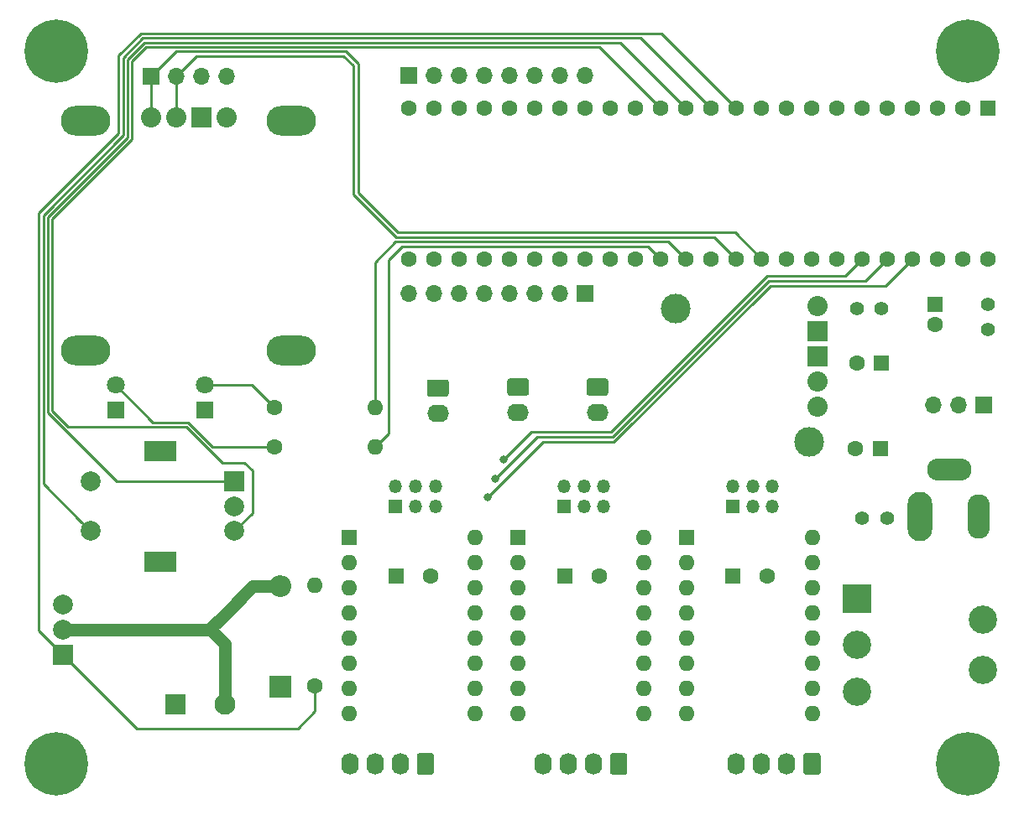
<source format=gbr>
%TF.GenerationSoftware,KiCad,Pcbnew,(5.1.6)-1*%
%TF.CreationDate,2020-11-25T15:39:46-05:00*%
%TF.ProjectId,CNC_Board,434e435f-426f-4617-9264-2e6b69636164,rev?*%
%TF.SameCoordinates,Original*%
%TF.FileFunction,Copper,L4,Bot*%
%TF.FilePolarity,Positive*%
%FSLAX46Y46*%
G04 Gerber Fmt 4.6, Leading zero omitted, Abs format (unit mm)*
G04 Created by KiCad (PCBNEW (5.1.6)-1) date 2020-11-25 15:39:46*
%MOMM*%
%LPD*%
G01*
G04 APERTURE LIST*
%TA.AperFunction,ComponentPad*%
%ADD10O,5.000000X3.000000*%
%TD*%
%TA.AperFunction,ComponentPad*%
%ADD11C,2.040000*%
%TD*%
%TA.AperFunction,ComponentPad*%
%ADD12R,2.040000X2.040000*%
%TD*%
%TA.AperFunction,ComponentPad*%
%ADD13C,1.600000*%
%TD*%
%TA.AperFunction,ComponentPad*%
%ADD14R,1.600000X1.600000*%
%TD*%
%TA.AperFunction,ComponentPad*%
%ADD15C,3.000000*%
%TD*%
%TA.AperFunction,ComponentPad*%
%ADD16C,6.400000*%
%TD*%
%TA.AperFunction,ComponentPad*%
%ADD17R,2.000000X2.000000*%
%TD*%
%TA.AperFunction,ComponentPad*%
%ADD18C,2.000000*%
%TD*%
%TA.AperFunction,ComponentPad*%
%ADD19R,3.200000X2.000000*%
%TD*%
%TA.AperFunction,ComponentPad*%
%ADD20C,2.850000*%
%TD*%
%TA.AperFunction,ComponentPad*%
%ADD21R,2.850000X2.850000*%
%TD*%
%TA.AperFunction,ComponentPad*%
%ADD22O,1.600000X1.600000*%
%TD*%
%TA.AperFunction,ComponentPad*%
%ADD23O,1.700000X1.700000*%
%TD*%
%TA.AperFunction,ComponentPad*%
%ADD24R,1.700000X1.700000*%
%TD*%
%TA.AperFunction,ComponentPad*%
%ADD25O,1.740000X2.190000*%
%TD*%
%TA.AperFunction,ComponentPad*%
%ADD26C,2.100000*%
%TD*%
%TA.AperFunction,ComponentPad*%
%ADD27R,2.100000X2.100000*%
%TD*%
%TA.AperFunction,ComponentPad*%
%ADD28O,1.350000X1.350000*%
%TD*%
%TA.AperFunction,ComponentPad*%
%ADD29R,1.350000X1.350000*%
%TD*%
%TA.AperFunction,ComponentPad*%
%ADD30O,4.500000X2.250000*%
%TD*%
%TA.AperFunction,ComponentPad*%
%ADD31O,2.250000X4.500000*%
%TD*%
%TA.AperFunction,ComponentPad*%
%ADD32O,2.500000X5.000000*%
%TD*%
%TA.AperFunction,ComponentPad*%
%ADD33O,2.190000X1.740000*%
%TD*%
%TA.AperFunction,ComponentPad*%
%ADD34O,2.200000X2.200000*%
%TD*%
%TA.AperFunction,ComponentPad*%
%ADD35R,2.200000X2.200000*%
%TD*%
%TA.AperFunction,ComponentPad*%
%ADD36C,1.800000*%
%TD*%
%TA.AperFunction,ComponentPad*%
%ADD37R,1.800000X1.800000*%
%TD*%
%TA.AperFunction,ComponentPad*%
%ADD38C,1.400000*%
%TD*%
%TA.AperFunction,ViaPad*%
%ADD39C,0.800000*%
%TD*%
%TA.AperFunction,Conductor*%
%ADD40C,0.250000*%
%TD*%
%TA.AperFunction,Conductor*%
%ADD41C,1.250000*%
%TD*%
G04 APERTURE END LIST*
D10*
%TO.P,U3,MP*%
%TO.N,N/C*%
X98000000Y-108250000D03*
X118700000Y-108250000D03*
X98000000Y-85050000D03*
X118700000Y-85050000D03*
D11*
%TO.P,U3,4*%
%TO.N,I2C_SDA*%
X104580000Y-84700000D03*
%TO.P,U3,3*%
%TO.N,I2C_SCL*%
X107120000Y-84700000D03*
D12*
%TO.P,U3,2*%
%TO.N,GND*%
X109660000Y-84700000D03*
D11*
%TO.P,U3,1*%
%TO.N,3.3_V*%
X112200000Y-84700000D03*
%TD*%
D13*
%TO.P,U1,17*%
%TO.N,D25*%
X148360000Y-83780000D03*
%TO.P,U1,18*%
%TO.N,D26_TX1*%
X145820000Y-83780000D03*
%TO.P,U1,19*%
%TO.N,D27_RX1*%
X143280000Y-83780000D03*
%TO.P,U1,20*%
%TO.N,D28*%
X140740000Y-83780000D03*
%TO.P,U1,16*%
%TO.N,Net-(U1-Pad16)*%
X150900000Y-83780000D03*
%TO.P,U1,15*%
%TO.N,Net-(U1-Pad15)*%
X153440000Y-83780000D03*
%TO.P,U1,14*%
%TO.N,Rot_B*%
X155980000Y-83780000D03*
%TO.P,U1,21*%
%TO.N,D29_PWM*%
X138200000Y-83780000D03*
%TO.P,U1,22*%
%TO.N,D30_PWM*%
X135660000Y-83780000D03*
%TO.P,U1,23*%
%TO.N,Net-(U1-Pad23)*%
X133120000Y-83780000D03*
%TO.P,U1,24*%
%TO.N,Net-(U1-Pad24)*%
X130580000Y-83780000D03*
%TO.P,U1,30*%
%TO.N,A14_TX5*%
X130580000Y-99020000D03*
%TO.P,U1,31*%
%TO.N,A15_RX5*%
X133120000Y-99020000D03*
%TO.P,U1,32*%
%TO.N,A16_PWM*%
X135660000Y-99020000D03*
%TO.P,U1,33*%
%TO.N,A17_PWM*%
X138200000Y-99020000D03*
%TO.P,U1,34*%
%TO.N,A18_PWM_SDL1*%
X140740000Y-99020000D03*
%TO.P,U1,35*%
%TO.N,A19_PWM_SDA1*%
X143280000Y-99020000D03*
%TO.P,U1,36*%
%TO.N,Limit_1*%
X145820000Y-99020000D03*
%TO.P,U1,37*%
%TO.N,Limit_2*%
X148360000Y-99020000D03*
%TO.P,U1,13*%
%TO.N,Rot_A*%
X158520000Y-83780000D03*
%TO.P,U1,12*%
%TO.N,Button*%
X161060000Y-83780000D03*
%TO.P,U1,11*%
%TO.N,Solenoid*%
X163600000Y-83780000D03*
%TO.P,U1,10*%
%TO.N,Servo_PWM*%
X166140000Y-83780000D03*
%TO.P,U1,9*%
%TO.N,DIRECTION_2*%
X168680000Y-83780000D03*
%TO.P,U1,8*%
%TO.N,STEP_2*%
X171220000Y-83780000D03*
%TO.P,U1,7*%
%TO.N,ENABLE_2*%
X173760000Y-83780000D03*
%TO.P,U1,6*%
%TO.N,DIRECTION_1*%
X176300000Y-83780000D03*
%TO.P,U1,5*%
%TO.N,STEP_1*%
X178840000Y-83780000D03*
%TO.P,U1,4*%
%TO.N,ENABLE_1*%
X181380000Y-83780000D03*
%TO.P,U1,3*%
%TO.N,Net-(U1-Pad3)*%
X183920000Y-83780000D03*
%TO.P,U1,2*%
%TO.N,Net-(U1-Pad2)*%
X186460000Y-83780000D03*
D14*
%TO.P,U1,1*%
%TO.N,GND*%
X189000000Y-83780000D03*
D13*
%TO.P,U1,38*%
%TO.N,Limit_3*%
X150900000Y-99020000D03*
%TO.P,U1,39*%
%TO.N,GND*%
X153440000Y-99020000D03*
%TO.P,U1,40*%
%TO.N,Green_LED*%
X155980000Y-99020000D03*
%TO.P,U1,41*%
%TO.N,Red_LED*%
X158520000Y-99020000D03*
%TO.P,U1,42*%
%TO.N,Net-(U1-Pad42)*%
X161060000Y-99020000D03*
%TO.P,U1,43*%
%TO.N,I2C_SCL*%
X163600000Y-99020000D03*
%TO.P,U1,44*%
%TO.N,I2C_SDA*%
X166140000Y-99020000D03*
%TO.P,U1,45*%
%TO.N,Net-(U1-Pad45)*%
X168680000Y-99020000D03*
%TO.P,U1,46*%
%TO.N,Net-(U1-Pad46)*%
X171220000Y-99020000D03*
%TO.P,U1,47*%
%TO.N,Net-(U1-Pad47)*%
X173760000Y-99020000D03*
%TO.P,U1,48*%
%TO.N,ENABLE_3*%
X176300000Y-99020000D03*
%TO.P,U1,49*%
%TO.N,STEP_3*%
X178840000Y-99020000D03*
%TO.P,U1,50*%
%TO.N,DIRECTION_3*%
X181380000Y-99020000D03*
%TO.P,U1,51*%
%TO.N,3.3_V*%
X183920000Y-99020000D03*
%TO.P,U1,52*%
%TO.N,GND*%
X186460000Y-99020000D03*
%TO.P,U1,53*%
%TO.N,5_V*%
X189000000Y-99020000D03*
%TD*%
D15*
%TO.P,5V Reg,M*%
%TO.N,N/C*%
X171000000Y-117500000D03*
X157500000Y-104000000D03*
D11*
%TO.P,5V Reg,5*%
%TO.N,5_V*%
X171830000Y-103810000D03*
D12*
%TO.P,5V Reg,4*%
%TO.N,GND*%
X171830000Y-106350000D03*
%TO.P,5V Reg,3*%
X171830000Y-108890000D03*
D11*
%TO.P,5V Reg,2*%
%TO.N,12_V*%
X171830000Y-111430000D03*
%TO.P,5V Reg,1*%
%TO.N,Net-(U2-Pad1)*%
X171830000Y-113970000D03*
%TD*%
D16*
%TO.P,REF\u002A\u002A,1*%
%TO.N,N/C*%
X95000000Y-78000000D03*
%TD*%
%TO.P,REF\u002A\u002A,1*%
%TO.N,N/C*%
X95000000Y-150000000D03*
%TD*%
%TO.P,REF\u002A\u002A,1*%
%TO.N,N/C*%
X187000000Y-78000000D03*
%TD*%
%TO.P,REF\u002A\u002A,1*%
%TO.N,N/C*%
X187000000Y-150000000D03*
%TD*%
D13*
%TO.P,C3,2*%
%TO.N,GND*%
X132800000Y-131000000D03*
D14*
%TO.P,C3,1*%
%TO.N,12_V*%
X129300000Y-131000000D03*
%TD*%
D13*
%TO.P,C2,2*%
%TO.N,GND*%
X149800000Y-131000000D03*
D14*
%TO.P,C2,1*%
%TO.N,12_V*%
X146300000Y-131000000D03*
%TD*%
D13*
%TO.P,C1,2*%
%TO.N,GND*%
X166750000Y-131000000D03*
D14*
%TO.P,C1,1*%
%TO.N,12_V*%
X163250000Y-131000000D03*
%TD*%
D17*
%TO.P,SW1,A*%
%TO.N,Rot_A*%
X113000000Y-121500000D03*
D18*
%TO.P,SW1,C*%
%TO.N,GND*%
X113000000Y-124000000D03*
%TO.P,SW1,B*%
%TO.N,Rot_B*%
X113000000Y-126500000D03*
D19*
%TO.P,SW1,MP*%
%TO.N,N/C*%
X105500000Y-118400000D03*
X105500000Y-129600000D03*
D18*
%TO.P,SW1,S2*%
%TO.N,GND*%
X98500000Y-121500000D03*
%TO.P,SW1,S1*%
%TO.N,Button*%
X98500000Y-126500000D03*
%TD*%
D20*
%TO.P,S1,4*%
%TO.N,Net-(S1-Pad4)*%
X188500000Y-140540000D03*
X188500000Y-135460000D03*
%TO.P,S1,3*%
%TO.N,Net-(S1-Pad3)*%
X175800000Y-142700000D03*
%TO.P,S1,2*%
%TO.N,Net-(J7-Pad1)*%
X175800000Y-138000000D03*
D21*
%TO.P,S1,1*%
%TO.N,12_V*%
X175800000Y-133300000D03*
%TD*%
D22*
%TO.P,R3,2*%
%TO.N,GND*%
X121100000Y-131990000D03*
D13*
%TO.P,R3,1*%
%TO.N,Solenoid*%
X121100000Y-142150000D03*
%TD*%
D22*
%TO.P,R2,2*%
%TO.N,Green_LED*%
X127160000Y-118000000D03*
D13*
%TO.P,R2,1*%
%TO.N,Net-(D2-Pad2)*%
X117000000Y-118000000D03*
%TD*%
D22*
%TO.P,R1,2*%
%TO.N,Red_LED*%
X127160000Y-114000000D03*
D13*
%TO.P,R1,1*%
%TO.N,Net-(D1-Pad2)*%
X117000000Y-114000000D03*
%TD*%
D18*
%TO.P,Q1,3*%
%TO.N,GND*%
X95700000Y-133920000D03*
%TO.P,Q1,2*%
%TO.N,Net-(D3-Pad2)*%
X95700000Y-136460000D03*
D17*
%TO.P,Q1,1*%
%TO.N,Solenoid*%
X95700000Y-139000000D03*
%TD*%
D23*
%TO.P,J14,3*%
%TO.N,Servo_PWM*%
X183500000Y-113750000D03*
%TO.P,J14,2*%
%TO.N,5_V*%
X186040000Y-113750000D03*
D24*
%TO.P,J14,1*%
%TO.N,GND*%
X188580000Y-113750000D03*
%TD*%
D25*
%TO.P,J13,4*%
%TO.N,Net-(A3-Pad6)*%
X124630000Y-150000000D03*
%TO.P,J13,3*%
%TO.N,Net-(A3-Pad5)*%
X127170000Y-150000000D03*
%TO.P,J13,2*%
%TO.N,Net-(A3-Pad4)*%
X129710000Y-150000000D03*
%TO.P,J13,1*%
%TO.N,Net-(A3-Pad3)*%
%TA.AperFunction,ComponentPad*%
G36*
G01*
X133120000Y-149154999D02*
X133120000Y-150845001D01*
G75*
G02*
X132870001Y-151095000I-249999J0D01*
G01*
X131629999Y-151095000D01*
G75*
G02*
X131380000Y-150845001I0J249999D01*
G01*
X131380000Y-149154999D01*
G75*
G02*
X131629999Y-148905000I249999J0D01*
G01*
X132870001Y-148905000D01*
G75*
G02*
X133120000Y-149154999I0J-249999D01*
G01*
G37*
%TD.AperFunction*%
%TD*%
D26*
%TO.P,J15,2*%
%TO.N,Net-(D3-Pad2)*%
X112000000Y-144000000D03*
D27*
%TO.P,J15,1*%
%TO.N,12_V*%
X107000000Y-144000000D03*
%TD*%
D28*
%TO.P,J12,6*%
%TO.N,3.3_V*%
X133250000Y-122000000D03*
%TO.P,J12,5*%
%TO.N,Net-(A3-Pad12)*%
X133250000Y-124000000D03*
%TO.P,J12,4*%
%TO.N,3.3_V*%
X131250000Y-122000000D03*
%TO.P,J12,3*%
%TO.N,Net-(A3-Pad11)*%
X131250000Y-124000000D03*
%TO.P,J12,2*%
%TO.N,3.3_V*%
X129250000Y-122000000D03*
D29*
%TO.P,J12,1*%
%TO.N,Net-(A3-Pad10)*%
X129250000Y-124000000D03*
%TD*%
D25*
%TO.P,J11,4*%
%TO.N,Net-(A2-Pad6)*%
X144130000Y-150000000D03*
%TO.P,J11,3*%
%TO.N,Net-(A2-Pad5)*%
X146670000Y-150000000D03*
%TO.P,J11,2*%
%TO.N,Net-(A2-Pad4)*%
X149210000Y-150000000D03*
%TO.P,J11,1*%
%TO.N,Net-(A2-Pad3)*%
%TA.AperFunction,ComponentPad*%
G36*
G01*
X152620000Y-149154999D02*
X152620000Y-150845001D01*
G75*
G02*
X152370001Y-151095000I-249999J0D01*
G01*
X151129999Y-151095000D01*
G75*
G02*
X150880000Y-150845001I0J249999D01*
G01*
X150880000Y-149154999D01*
G75*
G02*
X151129999Y-148905000I249999J0D01*
G01*
X152370001Y-148905000D01*
G75*
G02*
X152620000Y-149154999I0J-249999D01*
G01*
G37*
%TD.AperFunction*%
%TD*%
D28*
%TO.P,J10,6*%
%TO.N,3.3_V*%
X150250000Y-122000000D03*
%TO.P,J10,5*%
%TO.N,Net-(A2-Pad12)*%
X150250000Y-124000000D03*
%TO.P,J10,4*%
%TO.N,3.3_V*%
X148250000Y-122000000D03*
%TO.P,J10,3*%
%TO.N,Net-(A2-Pad11)*%
X148250000Y-124000000D03*
%TO.P,J10,2*%
%TO.N,3.3_V*%
X146250000Y-122000000D03*
D29*
%TO.P,J10,1*%
%TO.N,Net-(A2-Pad10)*%
X146250000Y-124000000D03*
%TD*%
D25*
%TO.P,J9,4*%
%TO.N,Net-(A1-Pad6)*%
X163630000Y-150000000D03*
%TO.P,J9,3*%
%TO.N,Net-(A1-Pad5)*%
X166170000Y-150000000D03*
%TO.P,J9,2*%
%TO.N,Net-(A1-Pad4)*%
X168710000Y-150000000D03*
%TO.P,J9,1*%
%TO.N,Net-(A1-Pad3)*%
%TA.AperFunction,ComponentPad*%
G36*
G01*
X172120000Y-149154999D02*
X172120000Y-150845001D01*
G75*
G02*
X171870001Y-151095000I-249999J0D01*
G01*
X170629999Y-151095000D01*
G75*
G02*
X170380000Y-150845001I0J249999D01*
G01*
X170380000Y-149154999D01*
G75*
G02*
X170629999Y-148905000I249999J0D01*
G01*
X171870001Y-148905000D01*
G75*
G02*
X172120000Y-149154999I0J-249999D01*
G01*
G37*
%TD.AperFunction*%
%TD*%
D28*
%TO.P,J8,6*%
%TO.N,3.3_V*%
X167250000Y-122000000D03*
%TO.P,J8,5*%
%TO.N,Net-(A1-Pad12)*%
X167250000Y-124000000D03*
%TO.P,J8,4*%
%TO.N,3.3_V*%
X165250000Y-122000000D03*
%TO.P,J8,3*%
%TO.N,Net-(A1-Pad11)*%
X165250000Y-124000000D03*
%TO.P,J8,2*%
%TO.N,3.3_V*%
X163250000Y-122000000D03*
D29*
%TO.P,J8,1*%
%TO.N,Net-(A1-Pad10)*%
X163250000Y-124000000D03*
%TD*%
D30*
%TO.P,J7,3*%
%TO.N,Net-(J7-Pad3)*%
X185100000Y-120300000D03*
D31*
%TO.P,J7,2*%
%TO.N,GND*%
X188100000Y-125000000D03*
D32*
%TO.P,J7,1*%
%TO.N,Net-(J7-Pad1)*%
X182100000Y-125000000D03*
%TD*%
D33*
%TO.P,J6,2*%
%TO.N,Limit_3*%
X149600000Y-114490000D03*
%TO.P,J6,1*%
%TO.N,GND*%
%TA.AperFunction,ComponentPad*%
G36*
G01*
X148754999Y-111080000D02*
X150445001Y-111080000D01*
G75*
G02*
X150695000Y-111329999I0J-249999D01*
G01*
X150695000Y-112570001D01*
G75*
G02*
X150445001Y-112820000I-249999J0D01*
G01*
X148754999Y-112820000D01*
G75*
G02*
X148505000Y-112570001I0J249999D01*
G01*
X148505000Y-111329999D01*
G75*
G02*
X148754999Y-111080000I249999J0D01*
G01*
G37*
%TD.AperFunction*%
%TD*%
%TO.P,J5,2*%
%TO.N,Limit_2*%
X141600000Y-114490000D03*
%TO.P,J5,1*%
%TO.N,GND*%
%TA.AperFunction,ComponentPad*%
G36*
G01*
X140754999Y-111080000D02*
X142445001Y-111080000D01*
G75*
G02*
X142695000Y-111329999I0J-249999D01*
G01*
X142695000Y-112570001D01*
G75*
G02*
X142445001Y-112820000I-249999J0D01*
G01*
X140754999Y-112820000D01*
G75*
G02*
X140505000Y-112570001I0J249999D01*
G01*
X140505000Y-111329999D01*
G75*
G02*
X140754999Y-111080000I249999J0D01*
G01*
G37*
%TD.AperFunction*%
%TD*%
%TO.P,J4,2*%
%TO.N,Limit_1*%
X133500000Y-114590000D03*
%TO.P,J4,1*%
%TO.N,GND*%
%TA.AperFunction,ComponentPad*%
G36*
G01*
X132654999Y-111180000D02*
X134345001Y-111180000D01*
G75*
G02*
X134595000Y-111429999I0J-249999D01*
G01*
X134595000Y-112670001D01*
G75*
G02*
X134345001Y-112920000I-249999J0D01*
G01*
X132654999Y-112920000D01*
G75*
G02*
X132405000Y-112670001I0J249999D01*
G01*
X132405000Y-111429999D01*
G75*
G02*
X132654999Y-111180000I249999J0D01*
G01*
G37*
%TD.AperFunction*%
%TD*%
D23*
%TO.P,J3,4*%
%TO.N,3.3_V*%
X112220000Y-80550000D03*
%TO.P,J3,3*%
%TO.N,GND*%
X109680000Y-80550000D03*
%TO.P,J3,2*%
%TO.N,I2C_SCL*%
X107140000Y-80550000D03*
D24*
%TO.P,J3,1*%
%TO.N,I2C_SDA*%
X104600000Y-80550000D03*
%TD*%
D23*
%TO.P,J2,8*%
%TO.N,D25*%
X148340000Y-80500000D03*
%TO.P,J2,7*%
%TO.N,D26_TX1*%
X145800000Y-80500000D03*
%TO.P,J2,6*%
%TO.N,D27_RX1*%
X143260000Y-80500000D03*
%TO.P,J2,5*%
%TO.N,D28*%
X140720000Y-80500000D03*
%TO.P,J2,4*%
%TO.N,D29_PWM*%
X138180000Y-80500000D03*
%TO.P,J2,3*%
%TO.N,D30_PWM*%
X135640000Y-80500000D03*
%TO.P,J2,2*%
%TO.N,3.3_V*%
X133100000Y-80500000D03*
D24*
%TO.P,J2,1*%
%TO.N,GND*%
X130560000Y-80500000D03*
%TD*%
D23*
%TO.P,J1,8*%
%TO.N,A14_TX5*%
X130540000Y-102500000D03*
%TO.P,J1,7*%
%TO.N,A15_RX5*%
X133080000Y-102500000D03*
%TO.P,J1,6*%
%TO.N,A16_PWM*%
X135620000Y-102500000D03*
%TO.P,J1,5*%
%TO.N,A17_PWM*%
X138160000Y-102500000D03*
%TO.P,J1,4*%
%TO.N,A18_PWM_SDL1*%
X140700000Y-102500000D03*
%TO.P,J1,3*%
%TO.N,A19_PWM_SDA1*%
X143240000Y-102500000D03*
%TO.P,J1,2*%
%TO.N,3.3_V*%
X145780000Y-102500000D03*
D24*
%TO.P,J1,1*%
%TO.N,GND*%
X148320000Y-102500000D03*
%TD*%
D34*
%TO.P,D3,2*%
%TO.N,Net-(D3-Pad2)*%
X117600000Y-132040000D03*
D35*
%TO.P,D3,1*%
%TO.N,12_V*%
X117600000Y-142200000D03*
%TD*%
D36*
%TO.P,D2,2*%
%TO.N,Net-(D2-Pad2)*%
X101000000Y-111760000D03*
D37*
%TO.P,D2,1*%
%TO.N,GND*%
X101000000Y-114300000D03*
%TD*%
D36*
%TO.P,D1,2*%
%TO.N,Net-(D1-Pad2)*%
X110000000Y-111760000D03*
D37*
%TO.P,D1,1*%
%TO.N,GND*%
X110000000Y-114300000D03*
%TD*%
D38*
%TO.P,C9,2*%
%TO.N,GND*%
X175750000Y-104000000D03*
%TO.P,C9,1*%
%TO.N,5_V*%
X178250000Y-104000000D03*
%TD*%
D13*
%TO.P,C8,2*%
%TO.N,GND*%
X175750000Y-109500000D03*
D14*
%TO.P,C8,1*%
%TO.N,5_V*%
X178250000Y-109500000D03*
%TD*%
D38*
%TO.P,C7,2*%
%TO.N,GND*%
X176300000Y-125200000D03*
%TO.P,C7,1*%
%TO.N,12_V*%
X178800000Y-125200000D03*
%TD*%
D13*
%TO.P,C6,2*%
%TO.N,GND*%
X183650000Y-105600000D03*
D14*
%TO.P,C6,1*%
%TO.N,5_V*%
X183650000Y-103600000D03*
%TD*%
D13*
%TO.P,C5,2*%
%TO.N,GND*%
X175650000Y-118200000D03*
D14*
%TO.P,C5,1*%
%TO.N,12_V*%
X178150000Y-118200000D03*
%TD*%
D38*
%TO.P,C4,2*%
%TO.N,GND*%
X188950000Y-106100000D03*
%TO.P,C4,1*%
%TO.N,5_V*%
X188950000Y-103600000D03*
%TD*%
D22*
%TO.P,A3,16*%
%TO.N,DIRECTION_3*%
X137300000Y-127150000D03*
%TO.P,A3,8*%
%TO.N,12_V*%
X124600000Y-144930000D03*
%TO.P,A3,15*%
%TO.N,STEP_3*%
X137300000Y-129690000D03*
%TO.P,A3,7*%
%TO.N,GND*%
X124600000Y-142390000D03*
%TO.P,A3,14*%
%TO.N,3.3_V*%
X137300000Y-132230000D03*
%TO.P,A3,6*%
%TO.N,Net-(A3-Pad6)*%
X124600000Y-139850000D03*
%TO.P,A3,13*%
%TO.N,3.3_V*%
X137300000Y-134770000D03*
%TO.P,A3,5*%
%TO.N,Net-(A3-Pad5)*%
X124600000Y-137310000D03*
%TO.P,A3,12*%
%TO.N,Net-(A3-Pad12)*%
X137300000Y-137310000D03*
%TO.P,A3,4*%
%TO.N,Net-(A3-Pad4)*%
X124600000Y-134770000D03*
%TO.P,A3,11*%
%TO.N,Net-(A3-Pad11)*%
X137300000Y-139850000D03*
%TO.P,A3,3*%
%TO.N,Net-(A3-Pad3)*%
X124600000Y-132230000D03*
%TO.P,A3,10*%
%TO.N,Net-(A3-Pad10)*%
X137300000Y-142390000D03*
%TO.P,A3,2*%
%TO.N,Net-(A3-Pad2)*%
X124600000Y-129690000D03*
%TO.P,A3,9*%
%TO.N,ENABLE_3*%
X137300000Y-144930000D03*
D14*
%TO.P,A3,1*%
%TO.N,GND*%
X124600000Y-127150000D03*
%TD*%
D22*
%TO.P,A2,16*%
%TO.N,DIRECTION_2*%
X154300000Y-127150000D03*
%TO.P,A2,8*%
%TO.N,12_V*%
X141600000Y-144930000D03*
%TO.P,A2,15*%
%TO.N,STEP_2*%
X154300000Y-129690000D03*
%TO.P,A2,7*%
%TO.N,GND*%
X141600000Y-142390000D03*
%TO.P,A2,14*%
%TO.N,3.3_V*%
X154300000Y-132230000D03*
%TO.P,A2,6*%
%TO.N,Net-(A2-Pad6)*%
X141600000Y-139850000D03*
%TO.P,A2,13*%
%TO.N,3.3_V*%
X154300000Y-134770000D03*
%TO.P,A2,5*%
%TO.N,Net-(A2-Pad5)*%
X141600000Y-137310000D03*
%TO.P,A2,12*%
%TO.N,Net-(A2-Pad12)*%
X154300000Y-137310000D03*
%TO.P,A2,4*%
%TO.N,Net-(A2-Pad4)*%
X141600000Y-134770000D03*
%TO.P,A2,11*%
%TO.N,Net-(A2-Pad11)*%
X154300000Y-139850000D03*
%TO.P,A2,3*%
%TO.N,Net-(A2-Pad3)*%
X141600000Y-132230000D03*
%TO.P,A2,10*%
%TO.N,Net-(A2-Pad10)*%
X154300000Y-142390000D03*
%TO.P,A2,2*%
%TO.N,Net-(A2-Pad2)*%
X141600000Y-129690000D03*
%TO.P,A2,9*%
%TO.N,ENABLE_2*%
X154300000Y-144930000D03*
D14*
%TO.P,A2,1*%
%TO.N,GND*%
X141600000Y-127150000D03*
%TD*%
D22*
%TO.P,A1,16*%
%TO.N,DIRECTION_1*%
X171300000Y-127150000D03*
%TO.P,A1,8*%
%TO.N,12_V*%
X158600000Y-144930000D03*
%TO.P,A1,15*%
%TO.N,STEP_1*%
X171300000Y-129690000D03*
%TO.P,A1,7*%
%TO.N,GND*%
X158600000Y-142390000D03*
%TO.P,A1,14*%
%TO.N,3.3_V*%
X171300000Y-132230000D03*
%TO.P,A1,6*%
%TO.N,Net-(A1-Pad6)*%
X158600000Y-139850000D03*
%TO.P,A1,13*%
%TO.N,3.3_V*%
X171300000Y-134770000D03*
%TO.P,A1,5*%
%TO.N,Net-(A1-Pad5)*%
X158600000Y-137310000D03*
%TO.P,A1,12*%
%TO.N,Net-(A1-Pad12)*%
X171300000Y-137310000D03*
%TO.P,A1,4*%
%TO.N,Net-(A1-Pad4)*%
X158600000Y-134770000D03*
%TO.P,A1,11*%
%TO.N,Net-(A1-Pad11)*%
X171300000Y-139850000D03*
%TO.P,A1,3*%
%TO.N,Net-(A1-Pad3)*%
X158600000Y-132230000D03*
%TO.P,A1,10*%
%TO.N,Net-(A1-Pad10)*%
X171300000Y-142390000D03*
%TO.P,A1,2*%
%TO.N,Net-(A1-Pad2)*%
X158600000Y-129690000D03*
%TO.P,A1,9*%
%TO.N,ENABLE_1*%
X171300000Y-144930000D03*
D14*
%TO.P,A1,1*%
%TO.N,GND*%
X158600000Y-127150000D03*
%TD*%
D39*
%TO.N,ENABLE_3*%
X140100000Y-119300000D03*
%TO.N,STEP_3*%
X139300000Y-121200000D03*
%TO.N,DIRECTION_3*%
X138500000Y-123100000D03*
%TD*%
D40*
%TO.N,Net-(D1-Pad2)*%
X114760000Y-111760000D02*
X117000000Y-114000000D01*
X110000000Y-111760000D02*
X114760000Y-111760000D01*
%TO.N,Net-(D2-Pad2)*%
X101000000Y-111760000D02*
X104764990Y-115524990D01*
X104764990Y-115524990D02*
X108297810Y-115524990D01*
X110772820Y-118000000D02*
X117000000Y-118000000D01*
X108297810Y-115524990D02*
X110772820Y-118000000D01*
D41*
%TO.N,Net-(D3-Pad2)*%
X117600000Y-132040000D02*
X114860000Y-132040000D01*
X114860000Y-132040000D02*
X112000000Y-134900000D01*
X110440000Y-136460000D02*
X112000000Y-134900000D01*
X95700000Y-136460000D02*
X110440000Y-136460000D01*
X112000000Y-137900000D02*
X112000000Y-144000000D01*
X112000000Y-134900000D02*
X110500000Y-136400000D01*
X110500000Y-136400000D02*
X112000000Y-137900000D01*
D40*
%TO.N,I2C_SCL*%
X107140000Y-84680000D02*
X107120000Y-84700000D01*
X107140000Y-80550000D02*
X107140000Y-84680000D01*
X124999989Y-92499990D02*
X124999989Y-79499989D01*
X124999989Y-79499989D02*
X124000055Y-78500055D01*
X109189945Y-78500055D02*
X107140000Y-80550000D01*
X161379992Y-96799992D02*
X129299991Y-96799992D01*
X124000055Y-78500055D02*
X109189945Y-78500055D01*
X129299991Y-96799992D02*
X124999989Y-92499990D01*
X163600000Y-99020000D02*
X161379992Y-96799992D01*
%TO.N,I2C_SDA*%
X104580000Y-80570000D02*
X104600000Y-80550000D01*
X104580000Y-84700000D02*
X104580000Y-80570000D01*
X124186455Y-78050044D02*
X107099956Y-78050044D01*
X107099956Y-78050044D02*
X104600000Y-80550000D01*
X125450000Y-79313589D02*
X124186455Y-78050044D01*
X166140000Y-99020000D02*
X163469981Y-96349981D01*
X125450000Y-92313590D02*
X125450000Y-79313589D01*
X163469981Y-96349981D02*
X129486391Y-96349981D01*
X129486391Y-96349981D02*
X125450000Y-92313590D01*
%TO.N,Solenoid*%
X163880000Y-83780000D02*
X164110000Y-83780000D01*
X156070000Y-76250000D02*
X163600000Y-83780000D01*
X103540767Y-76250000D02*
X156070000Y-76250000D01*
X101299967Y-86350033D02*
X101299967Y-78490800D01*
X121100000Y-144700000D02*
X119400000Y-146400000D01*
X101299967Y-78490800D02*
X103540767Y-76250000D01*
X121100000Y-142150000D02*
X121100000Y-144700000D01*
X103100000Y-146400000D02*
X93250000Y-136550000D01*
X93250000Y-94400000D02*
X101299967Y-86350033D01*
X119400000Y-146400000D02*
X103100000Y-146400000D01*
X93250000Y-136550000D02*
X93250000Y-94400000D01*
%TO.N,Red_LED*%
X127160000Y-99340000D02*
X127160000Y-114000000D01*
X129250000Y-97250000D02*
X127160000Y-99340000D01*
X158520000Y-99020000D02*
X156750000Y-97250000D01*
X156750000Y-97250000D02*
X156250000Y-97250000D01*
X156250000Y-97250000D02*
X129250000Y-97250000D01*
%TO.N,Green_LED*%
X128500000Y-116660000D02*
X127160000Y-118000000D01*
X129875000Y-97750000D02*
X128500000Y-99125000D01*
X128500000Y-99125000D02*
X128500000Y-116660000D01*
X154710000Y-97750000D02*
X154450000Y-97750000D01*
X155980000Y-99020000D02*
X154710000Y-97750000D01*
X154450000Y-97750000D02*
X129875000Y-97750000D01*
%TO.N,Rot_A*%
X101100000Y-121500000D02*
X111750000Y-121500000D01*
X94150022Y-114550022D02*
X101100000Y-121500000D01*
X111750000Y-121500000D02*
X113000000Y-121500000D01*
X151890022Y-77150022D02*
X103913567Y-77150022D01*
X94150022Y-94772798D02*
X94150022Y-114550022D01*
X102199989Y-78863600D02*
X102199989Y-86722833D01*
X103913567Y-77150022D02*
X102199989Y-78863600D01*
X102199989Y-86722833D02*
X94150022Y-94772798D01*
X158520000Y-83780000D02*
X151890022Y-77150022D01*
%TO.N,Rot_B*%
X108111410Y-115975000D02*
X96225000Y-115975000D01*
X111736410Y-119600000D02*
X108111410Y-115975000D01*
X104099967Y-77600033D02*
X149800033Y-77600033D01*
X113000000Y-126500000D02*
X114800000Y-124700000D01*
X94600033Y-114350033D02*
X94600033Y-94959200D01*
X114800000Y-120400000D02*
X114000000Y-119600000D01*
X149800033Y-77600033D02*
X155980000Y-83780000D01*
X96225000Y-115975000D02*
X94600033Y-114350033D01*
X114800000Y-124700000D02*
X114800000Y-120400000D01*
X102650000Y-79050000D02*
X104099967Y-77600033D01*
X114000000Y-119600000D02*
X111736410Y-119600000D01*
X102650000Y-86909233D02*
X102650000Y-79050000D01*
X94600033Y-94959200D02*
X102650000Y-86909233D01*
%TO.N,Button*%
X97500001Y-125500001D02*
X98500000Y-126500000D01*
X93700011Y-121700011D02*
X97500001Y-125500001D01*
X161060000Y-83780000D02*
X153980011Y-76700011D01*
X93700011Y-94586399D02*
X93700011Y-121700011D01*
X101749978Y-78677200D02*
X101749978Y-86536433D01*
X101749978Y-86536433D02*
X93700011Y-94586399D01*
X153980011Y-76700011D02*
X103727167Y-76700011D01*
X103727167Y-76700011D02*
X101749978Y-78677200D01*
%TO.N,ENABLE_3*%
X151000000Y-116500000D02*
X166750000Y-100750000D01*
X140100000Y-119300000D02*
X142900000Y-116500000D01*
X142900000Y-116500000D02*
X151000000Y-116500000D01*
X174570000Y-100750000D02*
X166750000Y-100750000D01*
X176300000Y-99020000D02*
X174570000Y-100750000D01*
%TO.N,STEP_3*%
X151136410Y-117000000D02*
X143500000Y-117000000D01*
X166886410Y-101250000D02*
X151136410Y-117000000D01*
X143500000Y-117000000D02*
X139300000Y-121200000D01*
X176610000Y-101250000D02*
X178840000Y-99020000D01*
X166886410Y-101250000D02*
X176610000Y-101250000D01*
%TO.N,DIRECTION_3*%
X151272820Y-117500000D02*
X167022820Y-101750000D01*
X138500000Y-123100000D02*
X144100000Y-117500000D01*
X144100000Y-117500000D02*
X151272820Y-117500000D01*
X178650000Y-101750000D02*
X167022820Y-101750000D01*
X181380000Y-99020000D02*
X178650000Y-101750000D01*
%TD*%
M02*

</source>
